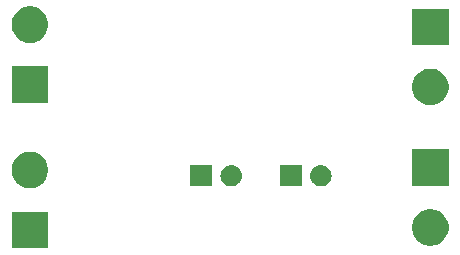
<source format=gbr>
G04 #@! TF.GenerationSoftware,KiCad,Pcbnew,(5.0.2)-1*
G04 #@! TF.CreationDate,2019-07-07T13:50:55+05:30*
G04 #@! TF.ProjectId,tps61500evm,74707336-3135-4303-9065-766d2e6b6963,rev?*
G04 #@! TF.SameCoordinates,Original*
G04 #@! TF.FileFunction,Soldermask,Bot*
G04 #@! TF.FilePolarity,Negative*
%FSLAX46Y46*%
G04 Gerber Fmt 4.6, Leading zero omitted, Abs format (unit mm)*
G04 Created by KiCad (PCBNEW (5.0.2)-1) date 07/07/19 13:50:55*
%MOMM*%
%LPD*%
G01*
G04 APERTURE LIST*
%ADD10C,0.100000*%
G04 APERTURE END LIST*
D10*
G36*
X29751000Y-37651000D02*
X26649000Y-37651000D01*
X26649000Y-34549000D01*
X29751000Y-34549000D01*
X29751000Y-37651000D01*
X29751000Y-37651000D01*
G37*
G36*
X62452527Y-34368736D02*
X62552410Y-34388604D01*
X62834674Y-34505521D01*
X63088705Y-34675259D01*
X63304741Y-34891295D01*
X63474479Y-35145326D01*
X63591396Y-35427590D01*
X63651000Y-35727240D01*
X63651000Y-36032760D01*
X63591396Y-36332410D01*
X63474479Y-36614674D01*
X63304741Y-36868705D01*
X63088705Y-37084741D01*
X62834674Y-37254479D01*
X62552410Y-37371396D01*
X62452527Y-37391264D01*
X62252762Y-37431000D01*
X61947238Y-37431000D01*
X61747473Y-37391264D01*
X61647590Y-37371396D01*
X61365326Y-37254479D01*
X61111295Y-37084741D01*
X60895259Y-36868705D01*
X60725521Y-36614674D01*
X60608604Y-36332410D01*
X60549000Y-36032760D01*
X60549000Y-35727240D01*
X60608604Y-35427590D01*
X60725521Y-35145326D01*
X60895259Y-34891295D01*
X61111295Y-34675259D01*
X61365326Y-34505521D01*
X61647590Y-34388604D01*
X61747473Y-34368736D01*
X61947238Y-34329000D01*
X62252762Y-34329000D01*
X62452527Y-34368736D01*
X62452527Y-34368736D01*
G37*
G36*
X28552527Y-29508736D02*
X28652410Y-29528604D01*
X28934674Y-29645521D01*
X29188705Y-29815259D01*
X29404741Y-30031295D01*
X29574479Y-30285326D01*
X29691396Y-30567590D01*
X29751000Y-30867240D01*
X29751000Y-31172760D01*
X29691396Y-31472410D01*
X29574479Y-31754674D01*
X29404741Y-32008705D01*
X29188705Y-32224741D01*
X28934674Y-32394479D01*
X28652410Y-32511396D01*
X28552527Y-32531264D01*
X28352762Y-32571000D01*
X28047238Y-32571000D01*
X27847473Y-32531264D01*
X27747590Y-32511396D01*
X27465326Y-32394479D01*
X27211295Y-32224741D01*
X26995259Y-32008705D01*
X26825521Y-31754674D01*
X26708604Y-31472410D01*
X26649000Y-31172760D01*
X26649000Y-30867240D01*
X26708604Y-30567590D01*
X26825521Y-30285326D01*
X26995259Y-30031295D01*
X27211295Y-29815259D01*
X27465326Y-29645521D01*
X27747590Y-29528604D01*
X27847473Y-29508736D01*
X28047238Y-29469000D01*
X28352762Y-29469000D01*
X28552527Y-29508736D01*
X28552527Y-29508736D01*
G37*
G36*
X51201000Y-32401000D02*
X49399000Y-32401000D01*
X49399000Y-30599000D01*
X51201000Y-30599000D01*
X51201000Y-32401000D01*
X51201000Y-32401000D01*
G37*
G36*
X52950442Y-30605518D02*
X53016627Y-30612037D01*
X53129853Y-30646384D01*
X53186467Y-30663557D01*
X53325087Y-30737652D01*
X53342991Y-30747222D01*
X53378729Y-30776552D01*
X53480186Y-30859814D01*
X53563448Y-30961271D01*
X53592778Y-30997009D01*
X53592779Y-30997011D01*
X53676443Y-31153533D01*
X53676443Y-31153534D01*
X53727963Y-31323373D01*
X53745359Y-31500000D01*
X53727963Y-31676627D01*
X53704288Y-31754672D01*
X53676443Y-31846467D01*
X53602348Y-31985087D01*
X53592778Y-32002991D01*
X53563448Y-32038729D01*
X53480186Y-32140186D01*
X53378729Y-32223448D01*
X53342991Y-32252778D01*
X53342989Y-32252779D01*
X53186467Y-32336443D01*
X53138478Y-32351000D01*
X53016627Y-32387963D01*
X52950468Y-32394479D01*
X52884260Y-32401000D01*
X52795740Y-32401000D01*
X52729532Y-32394479D01*
X52663373Y-32387963D01*
X52541522Y-32351000D01*
X52493533Y-32336443D01*
X52337011Y-32252779D01*
X52337009Y-32252778D01*
X52301271Y-32223448D01*
X52199814Y-32140186D01*
X52116552Y-32038729D01*
X52087222Y-32002991D01*
X52077652Y-31985087D01*
X52003557Y-31846467D01*
X51975712Y-31754672D01*
X51952037Y-31676627D01*
X51934641Y-31500000D01*
X51952037Y-31323373D01*
X52003557Y-31153534D01*
X52003557Y-31153533D01*
X52087221Y-30997011D01*
X52087222Y-30997009D01*
X52116552Y-30961271D01*
X52199814Y-30859814D01*
X52301271Y-30776552D01*
X52337009Y-30747222D01*
X52354913Y-30737652D01*
X52493533Y-30663557D01*
X52550147Y-30646384D01*
X52663373Y-30612037D01*
X52729558Y-30605518D01*
X52795740Y-30599000D01*
X52884260Y-30599000D01*
X52950442Y-30605518D01*
X52950442Y-30605518D01*
G37*
G36*
X45350442Y-30605518D02*
X45416627Y-30612037D01*
X45529853Y-30646384D01*
X45586467Y-30663557D01*
X45725087Y-30737652D01*
X45742991Y-30747222D01*
X45778729Y-30776552D01*
X45880186Y-30859814D01*
X45963448Y-30961271D01*
X45992778Y-30997009D01*
X45992779Y-30997011D01*
X46076443Y-31153533D01*
X46076443Y-31153534D01*
X46127963Y-31323373D01*
X46145359Y-31500000D01*
X46127963Y-31676627D01*
X46104288Y-31754672D01*
X46076443Y-31846467D01*
X46002348Y-31985087D01*
X45992778Y-32002991D01*
X45963448Y-32038729D01*
X45880186Y-32140186D01*
X45778729Y-32223448D01*
X45742991Y-32252778D01*
X45742989Y-32252779D01*
X45586467Y-32336443D01*
X45538478Y-32351000D01*
X45416627Y-32387963D01*
X45350468Y-32394479D01*
X45284260Y-32401000D01*
X45195740Y-32401000D01*
X45129532Y-32394479D01*
X45063373Y-32387963D01*
X44941522Y-32351000D01*
X44893533Y-32336443D01*
X44737011Y-32252779D01*
X44737009Y-32252778D01*
X44701271Y-32223448D01*
X44599814Y-32140186D01*
X44516552Y-32038729D01*
X44487222Y-32002991D01*
X44477652Y-31985087D01*
X44403557Y-31846467D01*
X44375712Y-31754672D01*
X44352037Y-31676627D01*
X44334641Y-31500000D01*
X44352037Y-31323373D01*
X44403557Y-31153534D01*
X44403557Y-31153533D01*
X44487221Y-30997011D01*
X44487222Y-30997009D01*
X44516552Y-30961271D01*
X44599814Y-30859814D01*
X44701271Y-30776552D01*
X44737009Y-30747222D01*
X44754913Y-30737652D01*
X44893533Y-30663557D01*
X44950147Y-30646384D01*
X45063373Y-30612037D01*
X45129558Y-30605518D01*
X45195740Y-30599000D01*
X45284260Y-30599000D01*
X45350442Y-30605518D01*
X45350442Y-30605518D01*
G37*
G36*
X43601000Y-32401000D02*
X41799000Y-32401000D01*
X41799000Y-30599000D01*
X43601000Y-30599000D01*
X43601000Y-32401000D01*
X43601000Y-32401000D01*
G37*
G36*
X63651000Y-32351000D02*
X60549000Y-32351000D01*
X60549000Y-29249000D01*
X63651000Y-29249000D01*
X63651000Y-32351000D01*
X63651000Y-32351000D01*
G37*
G36*
X62452527Y-22468736D02*
X62552410Y-22488604D01*
X62834674Y-22605521D01*
X63088705Y-22775259D01*
X63304741Y-22991295D01*
X63474479Y-23245326D01*
X63591396Y-23527590D01*
X63651000Y-23827240D01*
X63651000Y-24132760D01*
X63591396Y-24432410D01*
X63474479Y-24714674D01*
X63304741Y-24968705D01*
X63088705Y-25184741D01*
X62834674Y-25354479D01*
X62552410Y-25471396D01*
X62452527Y-25491264D01*
X62252762Y-25531000D01*
X61947238Y-25531000D01*
X61747473Y-25491264D01*
X61647590Y-25471396D01*
X61365326Y-25354479D01*
X61111295Y-25184741D01*
X60895259Y-24968705D01*
X60725521Y-24714674D01*
X60608604Y-24432410D01*
X60549000Y-24132760D01*
X60549000Y-23827240D01*
X60608604Y-23527590D01*
X60725521Y-23245326D01*
X60895259Y-22991295D01*
X61111295Y-22775259D01*
X61365326Y-22605521D01*
X61647590Y-22488604D01*
X61747473Y-22468736D01*
X61947238Y-22429000D01*
X62252762Y-22429000D01*
X62452527Y-22468736D01*
X62452527Y-22468736D01*
G37*
G36*
X29751000Y-25351000D02*
X26649000Y-25351000D01*
X26649000Y-22249000D01*
X29751000Y-22249000D01*
X29751000Y-25351000D01*
X29751000Y-25351000D01*
G37*
G36*
X63651000Y-20451000D02*
X60549000Y-20451000D01*
X60549000Y-17349000D01*
X63651000Y-17349000D01*
X63651000Y-20451000D01*
X63651000Y-20451000D01*
G37*
G36*
X28552527Y-17208736D02*
X28652410Y-17228604D01*
X28934674Y-17345521D01*
X29188705Y-17515259D01*
X29404741Y-17731295D01*
X29574479Y-17985326D01*
X29691396Y-18267590D01*
X29751000Y-18567240D01*
X29751000Y-18872760D01*
X29691396Y-19172410D01*
X29574479Y-19454674D01*
X29404741Y-19708705D01*
X29188705Y-19924741D01*
X28934674Y-20094479D01*
X28652410Y-20211396D01*
X28552527Y-20231264D01*
X28352762Y-20271000D01*
X28047238Y-20271000D01*
X27847473Y-20231264D01*
X27747590Y-20211396D01*
X27465326Y-20094479D01*
X27211295Y-19924741D01*
X26995259Y-19708705D01*
X26825521Y-19454674D01*
X26708604Y-19172410D01*
X26649000Y-18872760D01*
X26649000Y-18567240D01*
X26708604Y-18267590D01*
X26825521Y-17985326D01*
X26995259Y-17731295D01*
X27211295Y-17515259D01*
X27465326Y-17345521D01*
X27747590Y-17228604D01*
X27847473Y-17208736D01*
X28047238Y-17169000D01*
X28352762Y-17169000D01*
X28552527Y-17208736D01*
X28552527Y-17208736D01*
G37*
M02*

</source>
